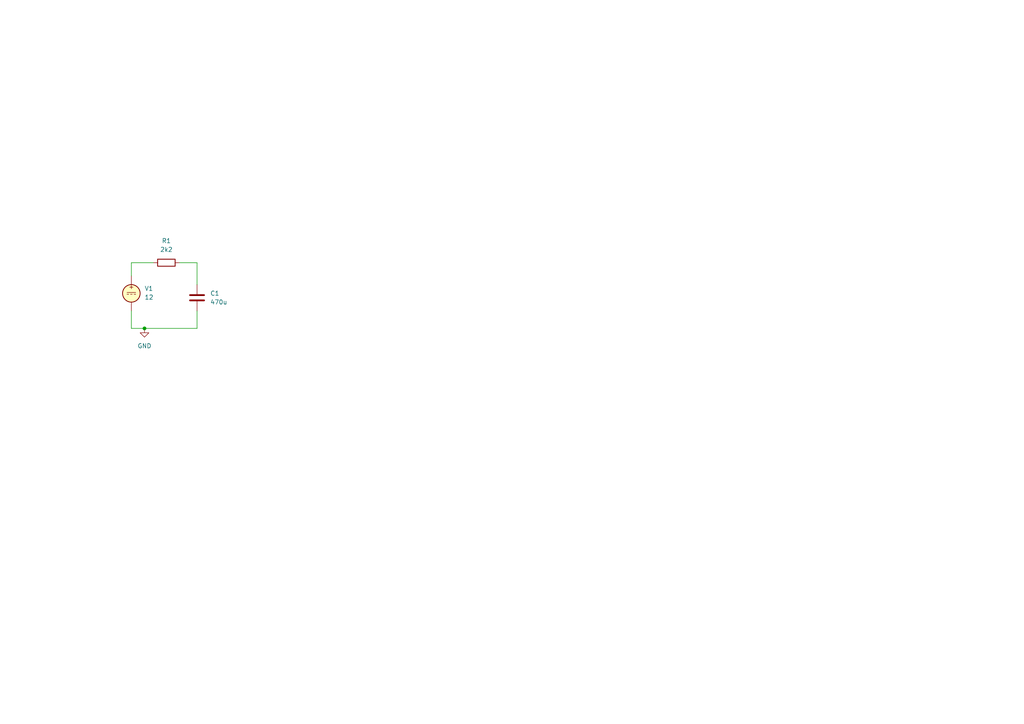
<source format=kicad_sch>
(kicad_sch (version 20231120) (generator "eeschema") (generator_version "8.0")
  (paper "A4")
  (lib_symbols
    (symbol "Device:C" (pin_numbers hide) (pin_names (offset 0.254))
      (property "Reference" "C" (at 0.635 2.54 0))
      (property "Value" "C" (at 0.635 -2.54 0))
      (symbol "C_0_1"
        (polyline (pts (xy -2.032 -0.762) (xy 2.032 -0.762)) (stroke (width 0.508)))
        (polyline (pts (xy -2.032 0.762) (xy 2.032 0.762)) (stroke (width 0.508)))
      )
      (symbol "C_1_1"
        (pin passive line (at 0 3.81 270) (length 2.794) (name "~") (number "1"))
        (pin passive line (at 0 -3.81 90) (length 2.794) (name "~") (number "2"))
      )
    )
    (symbol "Device:R" (pin_numbers hide) (pin_names (offset 0))
      (property "Reference" "R" (at 2.032 0 90))
      (property "Value" "R" (at 0 0 90))
      (symbol "R_0_1"
        (rectangle (start -1.016 -2.54) (end 1.016 2.54) (stroke (width 0.254)))
      )
      (symbol "R_1_1"
        (pin passive line (at 0 3.81 270) (length 1.27) (name "~") (number "1"))
        (pin passive line (at 0 -3.81 90) (length 1.27) (name "~") (number "2"))
      )
    )
    (symbol "Simulation_SPICE:VDC" (pin_numbers hide) (pin_names (offset 0.0254))
      (property "Reference" "V" (at 2.54 2.54 0))
      (property "Value" "1" (at 2.54 0 0))
      (symbol "VDC_0_0"
        (polyline (pts (xy -1.27 0.254) (xy 1.27 0.254)))
        (polyline (pts (xy -0.762 -0.254) (xy -1.27 -0.254)))
        (polyline (pts (xy 0.254 -0.254) (xy -0.254 -0.254)))
        (polyline (pts (xy 1.27 -0.254) (xy 0.762 -0.254)))
        (text "+" (at 0 1.905 0) (effects (font (size 1.27 1.27))))
      )
      (symbol "VDC_0_1"
        (circle (center 0 0) (radius 2.54) (stroke (width 0.254)) (fill (type background)))
      )
      (symbol "VDC_1_1"
        (pin passive line (at 0 5.08 270) (length 2.54) (name "~") (number "1"))
        (pin passive line (at 0 -5.08 90) (length 2.54) (name "~") (number "2"))
      )
    )
    (symbol "power:GND" (power) (pin_numbers hide) (pin_names (offset 0) hide)
      (property "Value" "GND" (at 0 -3.81 0))
      (symbol "GND_0_1"
        (polyline (pts (xy 0 0) (xy 0 -1.27) (xy 1.27 -1.27) (xy 0 -2.54) (xy -1.27 -1.27) (xy 0 -1.27)))
      )
      (symbol "GND_1_1"
        (pin power_in line (at 0 0 270) (length 0) (name "~") (number "1"))
      )
    )
  )
  (junction (at 41.91 95.25))
  (wire (pts (xy 38.1 90.17) (xy 38.1 95.25)))
  (wire (pts (xy 38.1 95.25) (xy 41.91 95.25)))
  (wire (pts (xy 44.45 76.2) (xy 38.1 76.2)))
  (wire (pts (xy 38.1 76.2) (xy 38.1 80.01)))
  (wire (pts (xy 57.15 76.2) (xy 52.07 76.2)))
  (wire (pts (xy 57.15 95.25) (xy 57.15 90.17)))
  (wire (pts (xy 57.15 82.55) (xy 57.15 76.2)))
  (wire (pts (xy 41.91 95.25) (xy 57.15 95.25)))
  (symbol (lib_id "Simulation_SPICE:VDC") (at 38.1 85.09 0) (unit 1)
    (property "Reference" "V1" (at 41.91 83.6901 0) (effects (justify left)))
    (property "Value" "12" (at 41.91 86.2301 0) (effects (justify left)))
    (property "Datasheet" "https://ngspice.sourceforge.io/docs/ngspice-html-manual/manual.xhtml#sec_Independent_Sources_for" (effects (hide yes)))
    (property "Description" "Voltage source, DC" (effects (hide yes)))
    (property "Sim.Pins" "1=+ 2=-" (effects (hide yes)))
    (property "Sim.Type" "DC" (effects (hide yes)))
    (property "Sim.Device" "V" (effects (hide yes)))
  )
  (symbol (lib_id "power:GND") (at 41.91 95.25 0) (unit 1)
    (property "Reference" "#PWR1" (effects (hide yes)))
    (property "Value" "GND" (at 41.91 100.33 0))
    (property "Description" "Power symbol creates a global label with name \"GND\" , ground" (effects (hide yes)))
  )
  (symbol (lib_id "Device:R") (at 48.26 76.2 90) (unit 1)
    (property "Reference" "R1" (at 48.26 69.85 90))
    (property "Value" "2k2" (at 48.26 72.39 90))
    (property "Description" "Resistor" (effects (hide yes)))
  )
  (symbol (lib_id "Device:C") (at 57.15 86.36 0) (unit 1)
    (property "Reference" "C1" (at 60.96 85.0899 0) (effects (justify left)))
    (property "Value" "470u" (at 60.96 87.6299 0) (effects (justify left)))
    (property "Description" "Unpolarized capacitor" (effects (hide yes)))
  )
)
</source>
